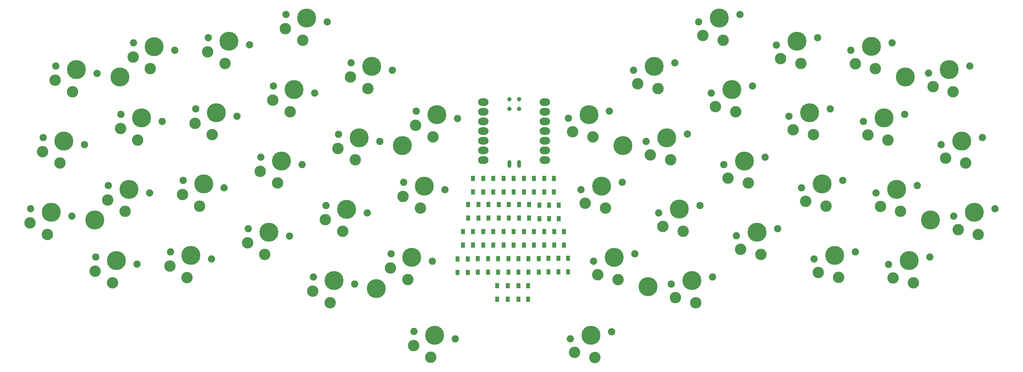
<source format=gbr>
%TF.GenerationSoftware,KiCad,Pcbnew,7.0.5*%
%TF.CreationDate,2023-06-27T22:08:49+09:00*%
%TF.ProjectId,keyboard_011 rev.1.2,6b657962-6f61-4726-945f-303131207265,REV1*%
%TF.SameCoordinates,Original*%
%TF.FileFunction,Soldermask,Top*%
%TF.FilePolarity,Negative*%
%FSLAX46Y46*%
G04 Gerber Fmt 4.6, Leading zero omitted, Abs format (unit mm)*
G04 Created by KiCad (PCBNEW 7.0.5) date 2023-06-27 22:08:49*
%MOMM*%
%LPD*%
G01*
G04 APERTURE LIST*
%ADD10C,1.900000*%
%ADD11C,3.000000*%
%ADD12C,5.000000*%
%ADD13R,1.000000X1.400000*%
%ADD14O,2.748280X1.998980*%
%ADD15O,1.016000X2.032000*%
%ADD16C,1.143000*%
G04 APERTURE END LIST*
D10*
%TO.C,SW10*%
X172584557Y65780635D03*
D11*
X173719459Y62223670D03*
D12*
X178001000Y66735700D03*
D11*
X179025524Y60925334D03*
D10*
X183417443Y67690765D03*
%TD*%
%TO.C,SW32*%
X139204557Y35710635D03*
D11*
X140339459Y32153670D03*
D12*
X144621000Y36665700D03*
D11*
X145645524Y30855334D03*
D10*
X150037443Y37620765D03*
%TD*%
D13*
%TO.C,D27*%
X92030100Y14516700D03*
X92030100Y18066700D03*
%TD*%
D10*
%TO.C,SW39*%
X31403157Y6165565D03*
D11*
X31253063Y2434952D03*
D12*
X36819600Y5210500D03*
D11*
X35795076Y-599866D03*
D10*
X42236043Y4255435D03*
%TD*%
D12*
%TO.C,H6*%
X193506200Y21117800D03*
%TD*%
D13*
%TO.C,D5*%
X86696100Y28486700D03*
X86696100Y32036700D03*
%TD*%
%TO.C,D43*%
X82508200Y292700D03*
X82508200Y3842700D03*
%TD*%
%TO.C,D8*%
X94570100Y28486700D03*
X94570100Y32036700D03*
%TD*%
D10*
%TO.C,SW30*%
X104984557Y10340635D03*
D11*
X106119459Y6783670D03*
D12*
X110401000Y11295700D03*
D11*
X111425524Y5485334D03*
D10*
X115817443Y12250765D03*
%TD*%
%TO.C,SW17*%
X55126757Y31012365D03*
D11*
X54976663Y27281752D03*
D12*
X60543200Y30057300D03*
D11*
X59518676Y24246934D03*
D10*
X65959643Y29102235D03*
%TD*%
D13*
%TO.C,D29*%
X97237100Y14516700D03*
X97237100Y18066700D03*
%TD*%
D10*
%TO.C,SW40*%
X57883157Y-8184435D03*
D11*
X57733063Y-11915048D03*
D12*
X63299600Y-9139500D03*
D11*
X62275076Y-14949866D03*
D10*
X68716043Y-10094565D03*
%TD*%
D13*
%TO.C,D18*%
X95840100Y21505600D03*
X95840100Y25055600D03*
%TD*%
%TO.C,D32*%
X74631100Y7404700D03*
X74631100Y10954700D03*
%TD*%
%TO.C,D44*%
X85302200Y292700D03*
X85302200Y3842700D03*
%TD*%
%TO.C,D39*%
X93132800Y7497700D03*
X93132800Y11047700D03*
%TD*%
D10*
%TO.C,SW35*%
X199614557Y22180635D03*
D11*
X200749459Y18623670D03*
D12*
X205031000Y23135700D03*
D11*
X206055524Y17325334D03*
D10*
X210447443Y24090765D03*
%TD*%
D13*
%TO.C,D36*%
X85302200Y7401700D03*
X85302200Y10951700D03*
%TD*%
D10*
%TO.C,SW33*%
X159614557Y29640635D03*
D11*
X160749459Y26083670D03*
D12*
X165031000Y30595700D03*
D11*
X166055524Y24785334D03*
D10*
X170447443Y31550765D03*
%TD*%
%TO.C,SW28*%
X34713157Y24925565D03*
D11*
X34563063Y21194952D03*
D12*
X40129600Y23970500D03*
D11*
X39105076Y18160134D03*
D10*
X45546043Y23015435D03*
%TD*%
D13*
%TO.C,D0*%
X73361100Y28486700D03*
X73361100Y32036700D03*
%TD*%
%TO.C,D10*%
X74758100Y21628700D03*
X74758100Y25178700D03*
%TD*%
D10*
%TO.C,SW41*%
X98885157Y-10141365D03*
D11*
X100020059Y-13698330D03*
D12*
X104301600Y-9186300D03*
D11*
X105326124Y-14996666D03*
D10*
X109718043Y-8231235D03*
%TD*%
%TO.C,SW36*%
X-25706843Y11405565D03*
D11*
X-25856937Y7674952D03*
D12*
X-20290400Y10450500D03*
D11*
X-21314924Y4640134D03*
D10*
X-14873957Y9495435D03*
%TD*%
%TO.C,SW25*%
X-22396843Y30155565D03*
D11*
X-22546937Y26424952D03*
D12*
X-16980400Y29200500D03*
D11*
X-18004924Y23390134D03*
D10*
X-11563957Y28245435D03*
%TD*%
%TO.C,SW26*%
X-2813243Y31542465D03*
D11*
X-2963337Y27811852D03*
D12*
X2603200Y30587400D03*
D11*
X1578676Y24777034D03*
D10*
X8019643Y29632335D03*
%TD*%
%TO.C,SW11*%
X193000957Y59707435D03*
D11*
X194135859Y56150470D03*
D12*
X198417400Y60662500D03*
D11*
X199441924Y54852134D03*
D10*
X203833843Y61617565D03*
%TD*%
D13*
%TO.C,D21*%
X76028100Y14512900D03*
X76028100Y18062900D03*
%TD*%
%TO.C,D38*%
X90592900Y7449700D03*
X90592900Y10999700D03*
%TD*%
%TO.C,D24*%
X84029100Y14516700D03*
X84029100Y18066700D03*
%TD*%
%TO.C,D41*%
X98339800Y7497700D03*
X98339800Y11047700D03*
%TD*%
D10*
%TO.C,SW7*%
X115470957Y60537435D03*
D11*
X116605859Y56980470D03*
D12*
X120887400Y61492500D03*
D11*
X121911924Y55682134D03*
D10*
X126303843Y62447565D03*
%TD*%
%TO.C,SW15*%
X20913157Y56375565D03*
D11*
X20763063Y52644952D03*
D12*
X26329600Y55420500D03*
D11*
X25305076Y49610134D03*
D10*
X31746043Y54465435D03*
%TD*%
D13*
%TO.C,D6*%
X89363100Y28486800D03*
X89363100Y32036800D03*
%TD*%
%TO.C,D25*%
X86696100Y14516700D03*
X86696100Y18066700D03*
%TD*%
D12*
%TO.C,H4*%
X-25949800Y21117700D03*
%TD*%
D10*
%TO.C,SW5*%
X58433157Y49755565D03*
D11*
X58283063Y46024952D03*
D12*
X63849600Y48800500D03*
D11*
X62825076Y42990134D03*
D10*
X69266043Y47845435D03*
%TD*%
%TO.C,SW1*%
X-15776843Y67675565D03*
D11*
X-15926937Y63944952D03*
D12*
X-10360400Y66720500D03*
D11*
X-11384924Y60910134D03*
D10*
X-4943957Y65765435D03*
%TD*%
%TO.C,SW13*%
X-19086843Y48915565D03*
D11*
X-19236937Y45184952D03*
D12*
X-13670400Y47960500D03*
D11*
X-14694924Y42150134D03*
D10*
X-8253957Y47005435D03*
%TD*%
%TO.C,SW37*%
X-6116843Y12775565D03*
D11*
X-6266937Y9044952D03*
D12*
X-700400Y11820500D03*
D11*
X-1724924Y6010134D03*
D10*
X4716043Y10865435D03*
%TD*%
D12*
%TO.C,H1*%
X54822200Y40675700D03*
%TD*%
D13*
%TO.C,D31*%
X71964100Y7321900D03*
X71964100Y10871900D03*
%TD*%
D10*
%TO.C,SW29*%
X51813157Y12235565D03*
D11*
X51663063Y8504952D03*
D12*
X57229600Y11280500D03*
D11*
X56205076Y5470134D03*
D10*
X62646043Y10325435D03*
%TD*%
D13*
%TO.C,D14*%
X85426100Y21628700D03*
X85426100Y25178700D03*
%TD*%
%TO.C,D37*%
X87925800Y7449700D03*
X87925800Y10999700D03*
%TD*%
D10*
%TO.C,SW19*%
X118784557Y41790635D03*
D11*
X119919459Y38233670D03*
D12*
X124201000Y42745700D03*
D11*
X125225524Y36935334D03*
D10*
X129617443Y43700765D03*
%TD*%
D13*
%TO.C,D9*%
X72091100Y21628700D03*
X72091100Y25178700D03*
%TD*%
D10*
%TO.C,SW2*%
X3803157Y69065565D03*
D11*
X3653063Y65334952D03*
D12*
X9219600Y68110500D03*
D11*
X8195076Y62300134D03*
D10*
X14636043Y67155435D03*
%TD*%
%TO.C,SW6*%
X98364557Y47850635D03*
D11*
X99499459Y44293670D03*
D12*
X103781000Y48805700D03*
D11*
X104805524Y42995334D03*
D10*
X109197443Y49760765D03*
%TD*%
D13*
%TO.C,D30*%
X69297100Y7321900D03*
X69297100Y10871900D03*
%TD*%
D10*
%TO.C,SW43*%
X142504557Y16950635D03*
D11*
X143639459Y13393670D03*
D12*
X147921000Y17905700D03*
D11*
X148945524Y12095334D03*
D10*
X153337443Y18860765D03*
%TD*%
%TO.C,SW22*%
X175884557Y47010635D03*
D11*
X177019459Y43453670D03*
D12*
X181301000Y47965700D03*
D11*
X182325524Y42155334D03*
D10*
X186717443Y48920765D03*
%TD*%
%TO.C,SW14*%
X493157Y50305565D03*
D11*
X343063Y46574952D03*
D12*
X5909600Y49350500D03*
D11*
X4885076Y43540134D03*
D10*
X11326043Y48395435D03*
%TD*%
%TO.C,SW18*%
X101674557Y29090635D03*
D11*
X102809459Y25533670D03*
D12*
X107091000Y30045700D03*
D11*
X108115524Y24235334D03*
D10*
X112507443Y31000765D03*
%TD*%
D13*
%TO.C,D22*%
X78695100Y14512900D03*
X78695100Y18062900D03*
%TD*%
%TO.C,D23*%
X81362100Y14512900D03*
X81362100Y18062900D03*
%TD*%
%TO.C,D4*%
X84029100Y28486700D03*
X84029100Y32036700D03*
%TD*%
D10*
%TO.C,SW34*%
X179200957Y28247435D03*
D11*
X180335859Y24690470D03*
D12*
X184617400Y29202500D03*
D11*
X185641924Y23392134D03*
D10*
X190033843Y30157565D03*
%TD*%
%TO.C,SW44*%
X162924557Y10880635D03*
D11*
X164059459Y7323670D03*
D12*
X168341000Y11835700D03*
D11*
X169365524Y6025334D03*
D10*
X173757443Y12790765D03*
%TD*%
D13*
%TO.C,D42*%
X79714200Y292700D03*
X79714200Y3842700D03*
%TD*%
D10*
%TO.C,SW12*%
X-39506843Y42845565D03*
D11*
X-39656937Y39114952D03*
D12*
X-34090400Y41890500D03*
D11*
X-35114924Y36080134D03*
D10*
X-28673957Y40935435D03*
%TD*%
%TO.C,SW27*%
X17603157Y37615565D03*
D11*
X17453063Y33884952D03*
D12*
X23019600Y36660500D03*
D11*
X21995076Y30850134D03*
D10*
X28436043Y35705435D03*
%TD*%
D12*
%TO.C,H7*%
X119338200Y3591700D03*
%TD*%
D10*
%TO.C,SW3*%
X24223157Y75135565D03*
D11*
X24073063Y71404952D03*
D12*
X29639600Y74180500D03*
D11*
X28615076Y68370134D03*
D10*
X35056043Y73225435D03*
%TD*%
D13*
%TO.C,D45*%
X87802000Y292700D03*
X87802000Y3842700D03*
%TD*%
%TO.C,D35*%
X82632100Y7404700D03*
X82632100Y10954700D03*
%TD*%
D10*
%TO.C,SW4*%
X41333157Y62445565D03*
D11*
X41183063Y58714952D03*
D12*
X46749600Y61490500D03*
D11*
X45725076Y55680134D03*
D10*
X52166043Y60535435D03*
%TD*%
D13*
%TO.C,D28*%
X94697100Y14516700D03*
X94697100Y18066700D03*
%TD*%
%TO.C,D26*%
X89363100Y14516700D03*
X89363100Y18066700D03*
%TD*%
D10*
%TO.C,SW9*%
X152994557Y67150635D03*
D11*
X154129459Y63593670D03*
D12*
X158411000Y68105700D03*
D11*
X159435524Y62295334D03*
D10*
X163827443Y69060765D03*
%TD*%
D13*
%TO.C,D2*%
X78695100Y28486800D03*
X78695100Y32036800D03*
%TD*%
%TO.C,D1*%
X76028100Y28486800D03*
X76028100Y32036800D03*
%TD*%
%TO.C,D34*%
X79965100Y7404800D03*
X79965100Y10954800D03*
%TD*%
D12*
%TO.C,H3*%
X186902200Y58709700D03*
%TD*%
D13*
%TO.C,D20*%
X73361100Y14512900D03*
X73361100Y18062900D03*
%TD*%
D12*
%TO.C,H2*%
X112734200Y40675700D03*
%TD*%
%TO.C,H0*%
X-19345800Y58709700D03*
%TD*%
D10*
%TO.C,SW8*%
X132584557Y73230635D03*
D11*
X133719459Y69673670D03*
D12*
X138001000Y74185700D03*
D11*
X139025524Y68375334D03*
D10*
X143417443Y75140765D03*
%TD*%
%TO.C,SW16*%
X38016757Y43692465D03*
D11*
X37866663Y39961852D03*
D12*
X43433200Y42737400D03*
D11*
X42408676Y36927034D03*
D10*
X48849643Y41782335D03*
%TD*%
D14*
%TO.C,U0*%
X76018700Y52153800D03*
X76018700Y49613800D03*
X76018700Y47073800D03*
X76018700Y44533800D03*
X76018700Y41993800D03*
X76018700Y39453800D03*
X76018700Y36913800D03*
X92207900Y36913800D03*
X92207900Y39453800D03*
X92207900Y41993800D03*
X92207900Y44533800D03*
X92207900Y47073800D03*
X92182500Y49613800D03*
X92207900Y52153800D03*
D15*
X82897900Y35843600D03*
X85447900Y35843600D03*
D16*
X82896703Y52847787D03*
X85436703Y52847787D03*
X82896703Y50307787D03*
X85436703Y50307787D03*
%TD*%
D13*
%TO.C,D12*%
X80092100Y21628700D03*
X80092100Y25178700D03*
%TD*%
D10*
%TO.C,SW20*%
X135894557Y54470635D03*
D11*
X137029459Y50913670D03*
D12*
X141311000Y55425700D03*
D11*
X142335524Y49615334D03*
D10*
X146727443Y56380765D03*
%TD*%
D13*
%TO.C,D33*%
X77298100Y7404700D03*
X77298100Y10954700D03*
%TD*%
D10*
%TO.C,SW21*%
X156304557Y48400635D03*
D11*
X157439459Y44843670D03*
D12*
X161721000Y49355700D03*
D11*
X162745524Y43545334D03*
D10*
X167137443Y50310765D03*
%TD*%
%TO.C,SW38*%
X14296757Y18852465D03*
D11*
X14146663Y15121852D03*
D12*
X19713200Y17897400D03*
D11*
X18688676Y12087034D03*
D10*
X25129643Y16942335D03*
%TD*%
%TO.C,SW24*%
X-42816843Y24085565D03*
D11*
X-42966937Y20354952D03*
D12*
X-37400400Y23130500D03*
D11*
X-38424924Y17320134D03*
D10*
X-31983957Y22175435D03*
%TD*%
%TO.C,SW31*%
X122094557Y23020635D03*
D11*
X123229459Y19463670D03*
D12*
X127511000Y23975700D03*
D11*
X128535524Y18165334D03*
D10*
X132927443Y24930765D03*
%TD*%
D13*
%TO.C,D3*%
X81362100Y28486700D03*
X81362100Y32036700D03*
%TD*%
D12*
%TO.C,H5*%
X47964200Y3083700D03*
%TD*%
D10*
%TO.C,SW45*%
X182514557Y9490635D03*
D11*
X183649459Y5933670D03*
D12*
X187931000Y10445700D03*
D11*
X188955524Y4635334D03*
D10*
X193347443Y11400765D03*
%TD*%
D13*
%TO.C,D40*%
X95799900Y7497700D03*
X95799900Y11047700D03*
%TD*%
D10*
%TO.C,SW42*%
X125404557Y4260635D03*
D11*
X126539459Y703670D03*
D12*
X130821000Y5215700D03*
D11*
X131845524Y-594666D03*
D10*
X136237443Y6170765D03*
%TD*%
D13*
%TO.C,D11*%
X77425100Y21628700D03*
X77425100Y25178700D03*
%TD*%
D10*
%TO.C,SW23*%
X196304557Y40940635D03*
D11*
X197439459Y37383670D03*
D12*
X201721000Y41895700D03*
D11*
X202745524Y36085334D03*
D10*
X207137443Y42850765D03*
%TD*%
D13*
%TO.C,D13*%
X82759100Y21628700D03*
X82759100Y25178700D03*
%TD*%
%TO.C,D17*%
X93300100Y21505600D03*
X93300100Y25055600D03*
%TD*%
%TO.C,D7*%
X92030100Y28486700D03*
X92030100Y32036700D03*
%TD*%
%TO.C,D19*%
X70694100Y14512900D03*
X70694100Y18062900D03*
%TD*%
%TO.C,D16*%
X90760100Y21505600D03*
X90760100Y25055600D03*
%TD*%
D10*
%TO.C,SW0*%
X-36196843Y61605565D03*
D11*
X-36346937Y57874952D03*
D12*
X-30780400Y60650500D03*
D11*
X-31804924Y54840134D03*
D10*
X-25363957Y59695435D03*
%TD*%
D13*
%TO.C,D15*%
X88093100Y21628800D03*
X88093100Y25178800D03*
%TD*%
M02*

</source>
